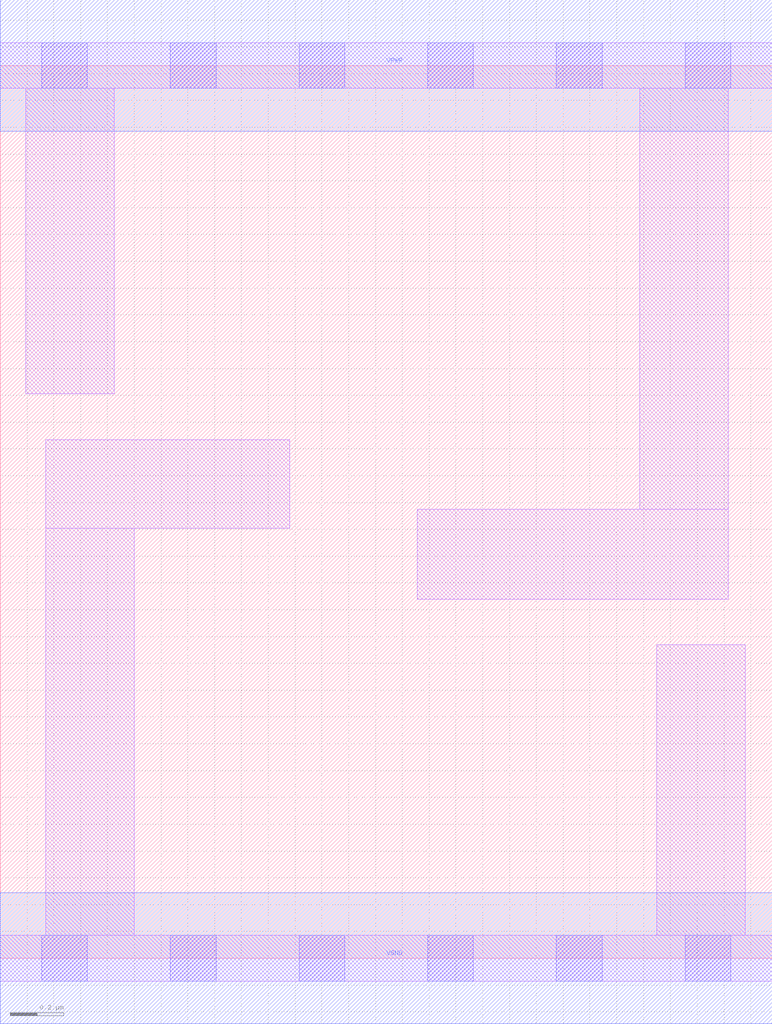
<source format=lef>
# Copyright 2020 The SkyWater PDK Authors
#
# Licensed under the Apache License, Version 2.0 (the "License");
# you may not use this file except in compliance with the License.
# You may obtain a copy of the License at
#
#     https://www.apache.org/licenses/LICENSE-2.0
#
# Unless required by applicable law or agreed to in writing, software
# distributed under the License is distributed on an "AS IS" BASIS,
# WITHOUT WARRANTIES OR CONDITIONS OF ANY KIND, either express or implied.
# See the License for the specific language governing permissions and
# limitations under the License.
#
# SPDX-License-Identifier: Apache-2.0

VERSION 5.7 ;
  NAMESCASESENSITIVE ON ;
  NOWIREEXTENSIONATPIN ON ;
  DIVIDERCHAR "/" ;
  BUSBITCHARS "[]" ;
UNITS
  DATABASE MICRONS 200 ;
END UNITS
MACRO sky130_fd_sc_lp__decap_6
  CLASS CORE SPACER ;
  FOREIGN sky130_fd_sc_lp__decap_6 ;
  ORIGIN  0.000000  0.000000 ;
  SIZE  2.880000 BY  3.330000 ;
  SYMMETRY X Y R90 ;
  SITE unit ;
  PIN VGND
    DIRECTION INOUT ;
    USE GROUND ;
    PORT
      LAYER met1 ;
        RECT 0.000000 -0.245000 2.880000 0.245000 ;
    END
  END VGND
  PIN VPWR
    DIRECTION INOUT ;
    USE POWER ;
    PORT
      LAYER met1 ;
        RECT 0.000000 3.085000 2.880000 3.575000 ;
    END
  END VPWR
  OBS
    LAYER li1 ;
      RECT 0.000000 -0.085000 2.880000 0.085000 ;
      RECT 0.000000  3.245000 2.880000 3.415000 ;
      RECT 0.095000  2.105000 0.425000 3.245000 ;
      RECT 0.170000  0.085000 0.500000 1.605000 ;
      RECT 0.170000  1.605000 1.080000 1.935000 ;
      RECT 1.555000  1.340000 2.715000 1.675000 ;
      RECT 2.385000  1.675000 2.715000 3.245000 ;
      RECT 2.450000  0.085000 2.780000 1.170000 ;
    LAYER mcon ;
      RECT 0.155000 -0.085000 0.325000 0.085000 ;
      RECT 0.155000  3.245000 0.325000 3.415000 ;
      RECT 0.635000 -0.085000 0.805000 0.085000 ;
      RECT 0.635000  3.245000 0.805000 3.415000 ;
      RECT 1.115000 -0.085000 1.285000 0.085000 ;
      RECT 1.115000  3.245000 1.285000 3.415000 ;
      RECT 1.595000 -0.085000 1.765000 0.085000 ;
      RECT 1.595000  3.245000 1.765000 3.415000 ;
      RECT 2.075000 -0.085000 2.245000 0.085000 ;
      RECT 2.075000  3.245000 2.245000 3.415000 ;
      RECT 2.555000 -0.085000 2.725000 0.085000 ;
      RECT 2.555000  3.245000 2.725000 3.415000 ;
  END
END sky130_fd_sc_lp__decap_6
END LIBRARY

</source>
